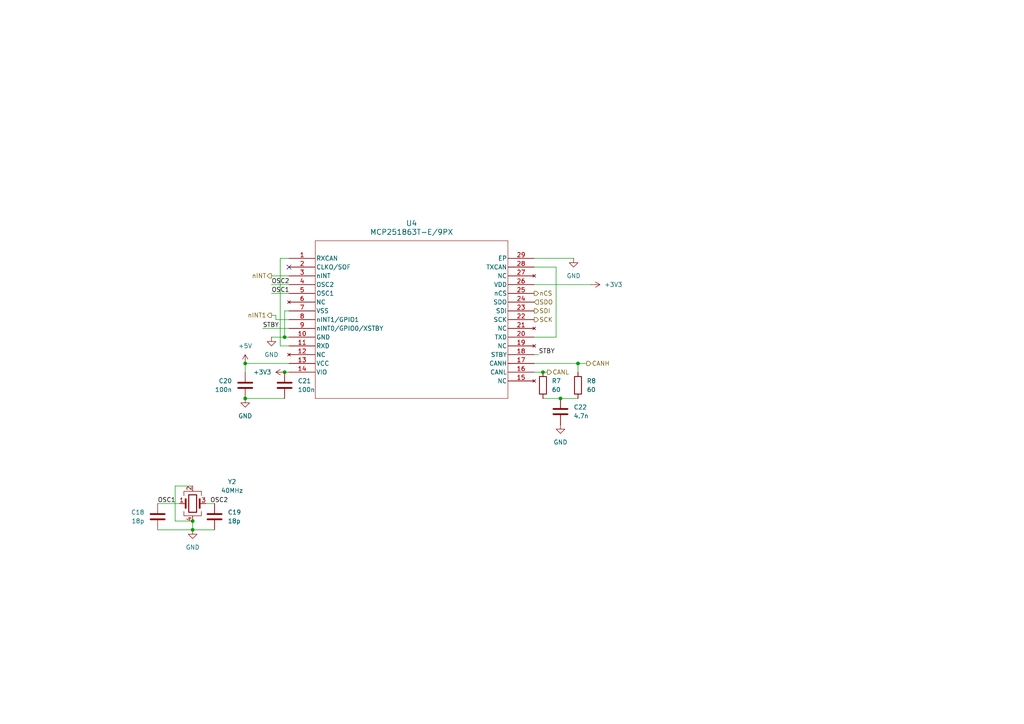
<source format=kicad_sch>
(kicad_sch (version 20231120) (generator "eeschema") (generator_version "8.0")
  (paper "A4")
  (lib_symbols
    (symbol "+3V3_1" (power) (pin_numbers hide) (pin_names (offset 0) hide)
      (property "Value" "+3V3" (at 0 3.556 0))
      (symbol "+3V3_1_0_1"
        (polyline (pts (xy -0.762 1.27) (xy 0 2.54)))
        (polyline (pts (xy 0 0) (xy 0 2.54)))
        (polyline (pts (xy 0 2.54) (xy 0.762 1.27)))
      )
      (symbol "+3V3_1_1_1"
        (pin power_in line (at 0 0 90) (length 0) (name "~") (number "1"))
      )
    )
    (symbol "2024-11-03_18-29-57:MCP251863T-E_9PX" (pin_names (offset 0.254))
      (property "Reference" "U" (at 35.56 10.16 0))
      (property "Value" "MCP251863T-E/9PX" (at 35.56 7.62 0))
      (symbol "MCP251863T-E_9PX_0_1"
        (polyline (pts (xy 7.62 -40.64) (xy 63.5 -40.64)) (stroke (width 0.127)))
        (polyline (pts (xy 7.62 5.08) (xy 7.62 -40.64)) (stroke (width 0.127)))
        (polyline (pts (xy 63.5 -40.64) (xy 63.5 5.08)) (stroke (width 0.127)))
        (polyline (pts (xy 63.5 5.08) (xy 7.62 5.08)) (stroke (width 0.127)))
        (pin input line (at 0 0 0) (length 7.62) (name "RXCAN") (number "1"))
        (pin power_out line (at 0 -22.86 0) (length 7.62) (name "GND") (number "10"))
        (pin output line (at 0 -25.4 0) (length 7.62) (name "RXD") (number "11"))
        (pin no_connect line (at 0 -27.94 0) (length 7.62) (name "NC") (number "12"))
        (pin power_in line (at 0 -30.48 0) (length 7.62) (name "VCC") (number "13"))
        (pin power_in line (at 0 -33.02 0) (length 7.62) (name "VIO") (number "14"))
        (pin no_connect line (at 71.12 -35.56 180) (length 7.62) (name "NC") (number "15"))
        (pin bidirectional line (at 71.12 -33.02 180) (length 7.62) (name "CANL") (number "16"))
        (pin bidirectional line (at 71.12 -30.48 180) (length 7.62) (name "CANH") (number "17"))
        (pin input line (at 71.12 -27.94 180) (length 7.62) (name "STBY") (number "18"))
        (pin no_connect line (at 71.12 -25.4 180) (length 7.62) (name "NC") (number "19"))
        (pin output line (at 0 -2.54 0) (length 7.62) (name "CLKO/SOF") (number "2"))
        (pin input line (at 71.12 -22.86 180) (length 7.62) (name "TXD") (number "20"))
        (pin no_connect line (at 71.12 -20.32 180) (length 7.62) (name "NC") (number "21"))
        (pin input line (at 71.12 -17.78 180) (length 7.62) (name "SCK") (number "22"))
        (pin input line (at 71.12 -15.24 180) (length 7.62) (name "SDI") (number "23"))
        (pin output line (at 71.12 -12.7 180) (length 7.62) (name "SDO") (number "24"))
        (pin input line (at 71.12 -10.16 180) (length 7.62) (name "nCS") (number "25"))
        (pin power_in line (at 71.12 -7.62 180) (length 7.62) (name "VDD") (number "26"))
        (pin no_connect line (at 71.12 -5.08 180) (length 7.62) (name "NC") (number "27"))
        (pin output line (at 71.12 -2.54 180) (length 7.62) (name "TXCAN") (number "28"))
        (pin power_out line (at 71.12 0 180) (length 7.62) (name "EP") (number "29"))
        (pin output line (at 0 -5.08 0) (length 7.62) (name "nINT") (number "3"))
        (pin output line (at 0 -7.62 0) (length 7.62) (name "OSC2") (number "4"))
        (pin input line (at 0 -10.16 0) (length 7.62) (name "OSC1") (number "5"))
        (pin no_connect line (at 0 -12.7 0) (length 7.62) (name "NC") (number "6"))
        (pin power_out line (at 0 -15.24 0) (length 7.62) (name "VSS") (number "7"))
        (pin bidirectional line (at 0 -17.78 0) (length 7.62) (name "nINT1/GPIO1") (number "8"))
        (pin bidirectional line (at 0 -20.32 0) (length 7.62) (name "nINT0/GPIO0/XSTBY") (number "9"))
      )
    )
    (symbol "Device:C" (pin_numbers hide) (pin_names (offset 0.254))
      (property "Reference" "C" (at 0.635 2.54 0))
      (property "Value" "C" (at 0.635 -2.54 0))
      (symbol "C_0_1"
        (polyline (pts (xy -2.032 -0.762) (xy 2.032 -0.762)) (stroke (width 0.508)))
        (polyline (pts (xy -2.032 0.762) (xy 2.032 0.762)) (stroke (width 0.508)))
      )
      (symbol "C_1_1"
        (pin passive line (at 0 3.81 270) (length 2.794) (name "~") (number "1"))
        (pin passive line (at 0 -3.81 90) (length 2.794) (name "~") (number "2"))
      )
    )
    (symbol "Device:Crystal_GND24" (pin_names (offset 1.016) hide)
      (property "Reference" "Y" (at 3.175 5.08 0))
      (property "Value" "Crystal_GND24" (at 3.175 3.175 0))
      (symbol "Crystal_GND24_0_1"
        (rectangle (start -1.143 2.54) (end 1.143 -2.54) (stroke (width 0.3048)))
        (polyline (pts (xy -2.54 0) (xy -2.032 0)))
        (polyline (pts (xy -2.032 -1.27) (xy -2.032 1.27)) (stroke (width 0.508)))
        (polyline (pts (xy 0 -3.81) (xy 0 -3.556)))
        (polyline (pts (xy 0 3.556) (xy 0 3.81)))
        (polyline (pts (xy 2.032 -1.27) (xy 2.032 1.27)) (stroke (width 0.508)))
        (polyline (pts (xy 2.032 0) (xy 2.54 0)))
        (polyline (pts (xy -2.54 -2.286) (xy -2.54 -3.556) (xy 2.54 -3.556) (xy 2.54 -2.286)))
        (polyline (pts (xy -2.54 2.286) (xy -2.54 3.556) (xy 2.54 3.556) (xy 2.54 2.286)))
      )
      (symbol "Crystal_GND24_1_1"
        (pin passive line (at -3.81 0 0) (length 1.27) (name "1") (number "1"))
        (pin passive line (at 0 5.08 270) (length 1.27) (name "2") (number "2"))
        (pin passive line (at 3.81 0 180) (length 1.27) (name "3") (number "3"))
        (pin passive line (at 0 -5.08 90) (length 1.27) (name "4") (number "4"))
      )
    )
    (symbol "Device:R" (pin_numbers hide) (pin_names (offset 0))
      (property "Reference" "R" (at 2.032 0 90))
      (property "Value" "R" (at 0 0 90))
      (symbol "R_0_1"
        (rectangle (start -1.016 -2.54) (end 1.016 2.54) (stroke (width 0.254)))
      )
      (symbol "R_1_1"
        (pin passive line (at 0 3.81 270) (length 1.27) (name "~") (number "1"))
        (pin passive line (at 0 -3.81 90) (length 1.27) (name "~") (number "2"))
      )
    )
    (symbol "GND_3" (power) (pin_numbers hide) (pin_names (offset 0) hide)
      (property "Value" "GND" (at 0 -3.81 0))
      (symbol "GND_3_0_1"
        (polyline (pts (xy 0 0) (xy 0 -1.27) (xy 1.27 -1.27) (xy 0 -2.54) (xy -1.27 -1.27) (xy 0 -1.27)))
      )
      (symbol "GND_3_1_1"
        (pin power_in line (at 0 0 270) (length 0) (name "~") (number "1"))
      )
    )
    (symbol "power:+3V3" (power) (pin_numbers hide) (pin_names (offset 0) hide)
      (property "Value" "+3V3" (at 0 3.556 0))
      (symbol "+3V3_0_1"
        (polyline (pts (xy -0.762 1.27) (xy 0 2.54)))
        (polyline (pts (xy 0 0) (xy 0 2.54)))
        (polyline (pts (xy 0 2.54) (xy 0.762 1.27)))
      )
      (symbol "+3V3_1_1"
        (pin power_in line (at 0 0 90) (length 0) (name "~") (number "1"))
      )
    )
    (symbol "power:+5V" (power) (pin_numbers hide) (pin_names (offset 0) hide)
      (property "Value" "+5V" (at 0 3.556 0))
      (symbol "+5V_0_1"
        (polyline (pts (xy -0.762 1.27) (xy 0 2.54)))
        (polyline (pts (xy 0 0) (xy 0 2.54)))
        (polyline (pts (xy 0 2.54) (xy 0.762 1.27)))
      )
      (symbol "+5V_1_1"
        (pin power_in line (at 0 0 90) (length 0) (name "~") (number "1"))
      )
    )
    (symbol "power:GND" (power) (pin_numbers hide) (pin_names (offset 0) hide)
      (property "Value" "GND" (at 0 -3.81 0))
      (symbol "GND_0_1"
        (polyline (pts (xy 0 0) (xy 0 -1.27) (xy 1.27 -1.27) (xy 0 -2.54) (xy -1.27 -1.27) (xy 0 -1.27)))
      )
      (symbol "GND_1_1"
        (pin power_in line (at 0 0 270) (length 0) (name "~") (number "1"))
      )
    )
  )
  (junction (at 55.88 153.67))
  (junction (at 157.48 107.95))
  (junction (at 71.12 105.41))
  (junction (at 71.12 115.57))
  (junction (at 167.64 105.41))
  (junction (at 82.55 97.79))
  (junction (at 82.55 107.95))
  (junction (at 55.88 151.13))
  (junction (at 162.56 115.57))
  (no_connect (at 83.82 77.47))
  (wire (pts (xy 71.12 105.41) (xy 83.82 105.41)))
  (wire (pts (xy 80.01 92.71) (xy 83.82 92.71)))
  (wire (pts (xy 82.55 107.95) (xy 83.82 107.95)))
  (wire (pts (xy 154.94 97.79) (xy 161.29 97.79)))
  (wire (pts (xy 55.88 151.13) (xy 55.88 153.67)))
  (wire (pts (xy 81.28 100.33) (xy 81.28 74.93)))
  (wire (pts (xy 154.94 74.93) (xy 166.37 74.93)))
  (wire (pts (xy 162.56 115.57) (xy 167.64 115.57)))
  (wire (pts (xy 82.55 97.79) (xy 82.55 90.17)))
  (wire (pts (xy 82.55 90.17) (xy 83.82 90.17)))
  (wire (pts (xy 78.74 91.44) (xy 80.01 91.44)))
  (wire (pts (xy 83.82 97.79) (xy 82.55 97.79)))
  (wire (pts (xy 76.2 95.25) (xy 83.82 95.25)))
  (wire (pts (xy 167.64 105.41) (xy 154.94 105.41)))
  (wire (pts (xy 45.72 153.67) (xy 55.88 153.67)))
  (wire (pts (xy 154.94 82.55) (xy 171.45 82.55)))
  (wire (pts (xy 83.82 100.33) (xy 81.28 100.33)))
  (wire (pts (xy 55.88 140.97) (xy 50.8 140.97)))
  (wire (pts (xy 161.29 97.79) (xy 161.29 77.47)))
  (wire (pts (xy 78.74 85.09) (xy 83.82 85.09)))
  (wire (pts (xy 167.64 107.95) (xy 167.64 105.41)))
  (wire (pts (xy 55.88 153.67) (xy 62.23 153.67)))
  (wire (pts (xy 78.74 80.01) (xy 83.82 80.01)))
  (wire (pts (xy 59.69 146.05) (xy 62.23 146.05)))
  (wire (pts (xy 157.48 107.95) (xy 154.94 107.95)))
  (wire (pts (xy 71.12 107.95) (xy 71.12 105.41)))
  (wire (pts (xy 78.74 97.79) (xy 82.55 97.79)))
  (wire (pts (xy 71.12 115.57) (xy 82.55 115.57)))
  (wire (pts (xy 81.28 74.93) (xy 83.82 74.93)))
  (wire (pts (xy 50.8 140.97) (xy 50.8 151.13)))
  (wire (pts (xy 162.56 115.57) (xy 157.48 115.57)))
  (wire (pts (xy 158.75 107.95) (xy 157.48 107.95)))
  (wire (pts (xy 80.01 91.44) (xy 80.01 92.71)))
  (wire (pts (xy 156.21 102.87) (xy 154.94 102.87)))
  (wire (pts (xy 161.29 77.47) (xy 154.94 77.47)))
  (wire (pts (xy 78.74 82.55) (xy 83.82 82.55)))
  (wire (pts (xy 50.8 151.13) (xy 55.88 151.13)))
  (wire (pts (xy 45.72 146.05) (xy 52.07 146.05)))
  (wire (pts (xy 170.18 105.41) (xy 167.64 105.41)))
  (label "STBY" (at 156.21 102.87 0))
  (label "OSC1" (at 45.72 146.05 0))
  (label "OSC1" (at 78.74 85.09 0))
  (label "OSC2" (at 60.96 146.05 0))
  (label "STBY" (at 76.2 95.25 0))
  (label "OSC2" (at 78.74 82.55 0))
  (hierarchical_label "nCS" (shape output) (at 154.94 85.09 0))
  (hierarchical_label "CANL" (shape output) (at 158.75 107.95 0))
  (hierarchical_label "SDO" (shape input) (at 154.94 87.63 0))
  (hierarchical_label "SCK" (shape output) (at 154.94 92.71 0))
  (hierarchical_label "nINT1" (shape output) (at 78.74 91.44 180))
  (hierarchical_label "SDI" (shape output) (at 154.94 90.17 0))
  (hierarchical_label "nINT" (shape output) (at 78.74 80.01 180))
  (hierarchical_label "CANH" (shape output) (at 170.18 105.41 0))
  (symbol (lib_id "power:GND") (at 166.37 74.93 0) (unit 1)
    (property "Reference" "#PWR039" (effects (hide yes)))
    (property "Value" "GND" (at 166.37 80.01 0))
    (property "Description" "Power symbol creates a global label with name \"GND\" , ground" (effects (hide yes)))
    (instances (project "" (path "" (reference "#PWR039") (unit 1)) (path "" (reference "#PWR071") (unit 1)) (path "" (reference "#PWR056") (unit 1)) (path "" (reference "#PWR073") (unit 1)) (path "" (reference "#PWR074") (unit 1)) (path "" (reference "#PWR072") (unit 1))))
  )
  (symbol (lib_id "Device:C") (at 45.72 149.86 0) (unit 1)
    (property "Reference" "C18" (at 41.91 148.5899 0) (effects (justify right)))
    (property "Value" "18p" (at 41.91 151.1299 0) (effects (justify right)))
    (property "Footprint" "Capacitor_SMD:C_0603_1608Metric" (effects (hide yes)))
    (property "Description" "Unpolarized capacitor" (effects (hide yes)))
    (instances (project "CAN Board" (path "" (reference "C18") (unit 1)) (path "" (reference "C32") (unit 1)) (path "" (reference "C25") (unit 1)) (path "" (reference "C46") (unit 1)) (path "" (reference "C53") (unit 1)) (path "" (reference "C39") (unit 1))))
  )
  (symbol (lib_id "power:+5V") (at 71.12 105.41 0) (unit 1)
    (property "Reference" "#PWR024" (effects (hide yes)))
    (property "Value" "+5V" (at 71.12 100.33 0))
    (property "Description" "Power symbol creates a global label with name \"+5V\"" (effects (hide yes)))
    (instances (project "CAN Board" (path "" (reference "#PWR024") (unit 1)) (path "" (reference "#PWR042") (unit 1)) (path "" (reference "#PWR033") (unit 1)) (path "" (reference "#PWR058") (unit 1)) (path "" (reference "#PWR066") (unit 1)) (path "" (reference "#PWR050") (unit 1))))
  )
  (symbol (lib_id "Device:C") (at 62.23 149.86 0) (unit 1)
    (property "Reference" "C19" (at 66.04 148.5899 0) (effects (justify left)))
    (property "Value" "18p" (at 66.04 151.1299 0) (effects (justify left)))
    (property "Footprint" "Capacitor_SMD:C_0603_1608Metric" (effects (hide yes)))
    (property "Description" "Unpolarized capacitor" (effects (hide yes)))
    (instances (project "CAN Board" (path "" (reference "C19") (unit 1)) (path "" (reference "C33") (unit 1)) (path "" (reference "C26") (unit 1)) (path "" (reference "C47") (unit 1)) (path "" (reference "C54") (unit 1)) (path "" (reference "C40") (unit 1))))
  )
  (symbol (lib_name "GND_3") (lib_id "power:GND") (at 71.12 115.57 0) (unit 1)
    (property "Reference" "#PWR025" (effects (hide yes)))
    (property "Value" "GND" (at 71.12 120.65 0))
    (property "Description" "Power symbol creates a global label with name \"GND\" , ground" (effects (hide yes)))
    (instances (project "CAN Board" (path "" (reference "#PWR025") (unit 1)) (path "" (reference "#PWR043") (unit 1)) (path "" (reference "#PWR034") (unit 1)) (path "" (reference "#PWR059") (unit 1)) (path "" (reference "#PWR067") (unit 1)) (path "" (reference "#PWR051") (unit 1))))
  )
  (symbol (lib_id "Device:R") (at 167.64 111.76 0) (unit 1)
    (property "Reference" "R8" (at 170.18 110.4899 0) (effects (justify left)))
    (property "Value" "60" (at 170.18 113.0299 0) (effects (justify left)))
    (property "Footprint" "Resistor_SMD:R_0603_1608Metric" (effects (hide yes)))
    (property "Description" "Resistor" (effects (hide yes)))
    (instances (project "CAN Board" (path "" (reference "R8") (unit 1)) (path "" (reference "R12") (unit 1)) (path "" (reference "R10") (unit 1)) (path "" (reference "R16") (unit 1)) (path "" (reference "R18") (unit 1)) (path "" (reference "R14") (unit 1))))
  )
  (symbol (lib_id "Device:R") (at 157.48 111.76 0) (unit 1)
    (property "Reference" "R7" (at 160.02 110.4899 0) (effects (justify left)))
    (property "Value" "60" (at 160.02 113.0299 0) (effects (justify left)))
    (property "Footprint" "Resistor_SMD:R_0603_1608Metric" (effects (hide yes)))
    (property "Description" "Resistor" (effects (hide yes)))
    (instances (project "CAN Board" (path "" (reference "R7") (unit 1)) (path "" (reference "R11") (unit 1)) (path "" (reference "R9") (unit 1)) (path "" (reference "R15") (unit 1)) (path "" (reference "R17") (unit 1)) (path "" (reference "R13") (unit 1))))
  )
  (symbol (lib_id "Device:C") (at 71.12 111.76 0) (mirror y) (unit 1)
    (property "Reference" "C20" (at 67.31 110.4899 0) (effects (justify left)))
    (property "Value" "100n" (at 67.31 113.0299 0) (effects (justify left)))
    (property "Footprint" "Capacitor_SMD:C_0603_1608Metric" (effects (hide yes)))
    (property "Description" "Unpolarized capacitor" (effects (hide yes)))
    (instances (project "CAN Board" (path "" (reference "C20") (unit 1)) (path "" (reference "C34") (unit 1)) (path "" (reference "C27") (unit 1)) (path "" (reference "C48") (unit 1)) (path "" (reference "C55") (unit 1)) (path "" (reference "C41") (unit 1))))
  )
  (symbol (lib_id "power:GND") (at 55.88 153.67 0) (unit 1)
    (property "Reference" "#PWR023" (effects (hide yes)))
    (property "Value" "GND" (at 55.88 158.75 0))
    (property "Description" "Power symbol creates a global label with name \"GND\" , ground" (effects (hide yes)))
    (instances (project "CAN Board" (path "" (reference "#PWR023") (unit 1)) (path "" (reference "#PWR041") (unit 1)) (path "" (reference "#PWR032") (unit 1)) (path "" (reference "#PWR057") (unit 1)) (path "" (reference "#PWR065") (unit 1)) (path "" (reference "#PWR049") (unit 1))))
  )
  (symbol (lib_id "power:GND") (at 162.56 123.19 0) (unit 1)
    (property "Reference" "#PWR028" (effects (hide yes)))
    (property "Value" "GND" (at 162.56 128.27 0))
    (property "Description" "Power symbol creates a global label with name \"GND\" , ground" (effects (hide yes)))
    (instances (project "CAN Board" (path "" (reference "#PWR028") (unit 1)) (path "" (reference "#PWR046") (unit 1)) (path "" (reference "#PWR037") (unit 1)) (path "" (reference "#PWR062") (unit 1)) (path "" (reference "#PWR070") (unit 1)) (path "" (reference "#PWR054") (unit 1))))
  )
  (symbol (lib_id "power:+3V3") (at 82.55 107.95 90) (unit 1)
    (property "Reference" "#PWR027" (effects (hide yes)))
    (property "Value" "+3V3" (at 78.74 107.9499 90) (effects (justify left)))
    (property "Description" "Power symbol creates a global label with name \"+3V3\"" (effects (hide yes)))
    (instances (project "CAN Board" (path "" (reference "#PWR027") (unit 1)) (path "" (reference "#PWR045") (unit 1)) (path "" (reference "#PWR036") (unit 1)) (path "" (reference "#PWR061") (unit 1)) (path "" (reference "#PWR069") (unit 1)) (path "" (reference "#PWR053") (unit 1))))
  )
  (symbol (lib_id "2024-11-03_18-29-57:MCP251863T-E_9PX") (at 83.82 74.93 0) (unit 1)
    (property "Reference" "U4" (at 119.38 64.77 0) (effects (font (size 1.524 1.524))))
    (property "Value" "MCP251863T-E/9PX" (at 119.38 67.31 0) (effects (font (size 1.524 1.524))))
    (property "Footprint" "MCP251863T_E_9PX:VQFN28_9PX_3p25X3p25EPAD_MCH" (effects (hide yes)))
    (property "Datasheet" "MCP251863T-E/9PX" (effects (hide yes)))
    (instances (project "CAN Board" (path "" (reference "U4") (unit 1)) (path "" (reference "U6") (unit 1)) (path "" (reference "U5") (unit 1)) (path "" (reference "U8") (unit 1)) (path "" (reference "U9") (unit 1)) (path "" (reference "U7") (unit 1))))
  )
  (symbol (lib_id "Device:Crystal_GND24") (at 55.88 146.05 0) (unit 1)
    (property "Reference" "Y2" (at 67.31 139.7314 0))
    (property "Value" "40MHz" (at 67.31 142.2714 0))
    (property "Footprint" "Crystal:Crystal_SMD_3225-4Pin_3.2x2.5mm" (effects (hide yes)))
    (property "Datasheet" "ABM8G-40.000MHZ-18-D2Y-T" (effects (hide yes)))
    (property "Description" "Four pin crystal, GND on pins 2 and 4" (effects (hide yes)))
    (instances (project "CAN Board" (path "" (reference "Y2") (unit 1)) (path "" (reference "Y4") (unit 1)) (path "" (reference "Y3") (unit 1)) (path "" (reference "Y6") (unit 1)) (path "" (reference "Y7") (unit 1)) (path "" (reference "Y5") (unit 1))))
  )
  (symbol (lib_id "Device:C") (at 162.56 119.38 0) (unit 1)
    (property "Reference" "C22" (at 166.37 118.1099 0) (effects (justify left)))
    (property "Value" "4.7n" (at 166.37 120.6499 0) (effects (justify left)))
    (property "Footprint" "Capacitor_SMD:C_0603_1608Metric" (effects (hide yes)))
    (property "Description" "Unpolarized capacitor" (effects (hide yes)))
    (instances (project "CAN Board" (path "" (reference "C22") (unit 1)) (path "" (reference "C36") (unit 1)) (path "" (reference "C29") (unit 1)) (path "" (reference "C50") (unit 1)) (path "" (reference "C57") (unit 1)) (path "" (reference "C43") (unit 1))))
  )
  (symbol (lib_id "power:GND") (at 78.74 97.79 0) (unit 1)
    (property "Reference" "#PWR026" (effects (hide yes)))
    (property "Value" "GND" (at 78.74 102.87 0))
    (property "Description" "Power symbol creates a global label with name \"GND\" , ground" (effects (hide yes)))
    (instances (project "CAN Board" (path "" (reference "#PWR026") (unit 1)) (path "" (reference "#PWR044") (unit 1)) (path "" (reference "#PWR035") (unit 1)) (path "" (reference "#PWR060") (unit 1)) (path "" (reference "#PWR068") (unit 1)) (path "" (reference "#PWR052") (unit 1))))
  )
  (symbol (lib_name "+3V3_1") (lib_id "power:+3V3") (at 171.45 82.55 270) (unit 1)
    (property "Reference" "#PWR029" (effects (hide yes)))
    (property "Value" "+3V3" (at 175.26 82.5499 90) (effects (justify left)))
    (property "Description" "Power symbol creates a global label with name \"+3V3\"" (effects (hide yes)))
    (instances (project "CAN Board" (path "" (reference "#PWR029") (unit 1)) (path "" (reference "#PWR038") (unit 1)) (path "" (reference "#PWR030") (unit 1)) (path "" (reference "#PWR047") (unit 1)) (path "" (reference "#PWR048") (unit 1)) (path "" (reference "#PWR040") (unit 1))))
  )
  (symbol (lib_id "Device:C") (at 82.55 111.76 0) (unit 1)
    (property "Reference" "C21" (at 86.36 110.4899 0) (effects (justify left)))
    (property "Value" "100n" (at 86.36 113.0299 0) (effects (justify left)))
    (property "Footprint" "Capacitor_SMD:C_0603_1608Metric" (effects (hide yes)))
    (property "Description" "Unpolarized capacitor" (effects (hide yes)))
    (instances (project "CAN Board" (path "" (reference "C21") (unit 1)) (path "" (reference "C35") (unit 1)) (path "" (reference "C28") (unit 1)) (path "" (reference "C49") (unit 1)) (path "" (reference "C56") (unit 1)) (path "" (reference "C42") (unit 1))))
  )
)
</source>
